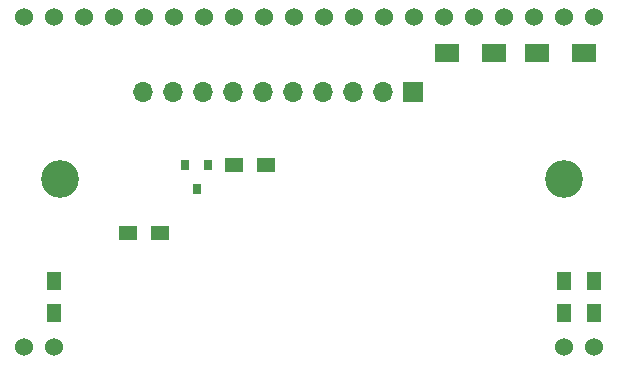
<source format=gbr>
G04 #@! TF.FileFunction,Soldermask,Top*
%FSLAX46Y46*%
G04 Gerber Fmt 4.6, Leading zero omitted, Abs format (unit mm)*
G04 Created by KiCad (PCBNEW 4.0.7) date 01/27/18 17:50:34*
%MOMM*%
%LPD*%
G01*
G04 APERTURE LIST*
%ADD10C,0.076200*%
%ADD11C,3.200000*%
%ADD12R,2.000000X1.600000*%
%ADD13C,1.524000*%
%ADD14R,0.800000X0.900000*%
%ADD15R,1.300000X1.500000*%
%ADD16R,1.500000X1.300000*%
%ADD17R,1.700000X1.700000*%
%ADD18O,1.700000X1.700000*%
G04 APERTURE END LIST*
D10*
D11*
X195580000Y-85852000D03*
D12*
X197326000Y-75184000D03*
X193326000Y-75184000D03*
X185706000Y-75184000D03*
X189706000Y-75184000D03*
D13*
X149860000Y-100076000D03*
X152400000Y-100076000D03*
X195580000Y-100076000D03*
X198120000Y-100076000D03*
X198120000Y-72136000D03*
X195580000Y-72136000D03*
X193040000Y-72136000D03*
X190500000Y-72136000D03*
X187960000Y-72136000D03*
X185420000Y-72136000D03*
X182880000Y-72136000D03*
X180340000Y-72136000D03*
X177800000Y-72136000D03*
X175260000Y-72136000D03*
X172720000Y-72136000D03*
X170180000Y-72136000D03*
X167640000Y-72136000D03*
X165100000Y-72136000D03*
X162560000Y-72136000D03*
X160020000Y-72136000D03*
X157480000Y-72136000D03*
X154940000Y-72136000D03*
X152400000Y-72136000D03*
X149860000Y-72136000D03*
D11*
X152908000Y-85852000D03*
D14*
X165453100Y-84664800D03*
X163553100Y-84664800D03*
X164503100Y-86664800D03*
D15*
X198120000Y-94458800D03*
X198120000Y-97158800D03*
X195567300Y-94458800D03*
X195567300Y-97158800D03*
X152412700Y-94458800D03*
X152412700Y-97158800D03*
D16*
X161370000Y-90398600D03*
X158670000Y-90398600D03*
X170361600Y-84620100D03*
X167661600Y-84620100D03*
D17*
X182854600Y-78460600D03*
D18*
X180314600Y-78460600D03*
X177774600Y-78460600D03*
X175234600Y-78460600D03*
X172694600Y-78460600D03*
X170154600Y-78460600D03*
X167614600Y-78460600D03*
X165074600Y-78460600D03*
X162534600Y-78460600D03*
X159994600Y-78460600D03*
M02*

</source>
